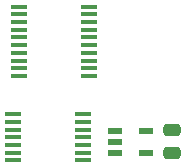
<source format=gtp>
%TF.GenerationSoftware,KiCad,Pcbnew,8.0.7*%
%TF.CreationDate,2025-03-13T08:57:24+02:00*%
%TF.ProjectId,HCP65 Native Memory Select,48435036-3520-44e6-9174-697665204d65,V0*%
%TF.SameCoordinates,Original*%
%TF.FileFunction,Paste,Top*%
%TF.FilePolarity,Positive*%
%FSLAX46Y46*%
G04 Gerber Fmt 4.6, Leading zero omitted, Abs format (unit mm)*
G04 Created by KiCad (PCBNEW 8.0.7) date 2025-03-13 08:57:24*
%MOMM*%
%LPD*%
G01*
G04 APERTURE LIST*
G04 Aperture macros list*
%AMRoundRect*
0 Rectangle with rounded corners*
0 $1 Rounding radius*
0 $2 $3 $4 $5 $6 $7 $8 $9 X,Y pos of 4 corners*
0 Add a 4 corners polygon primitive as box body*
4,1,4,$2,$3,$4,$5,$6,$7,$8,$9,$2,$3,0*
0 Add four circle primitives for the rounded corners*
1,1,$1+$1,$2,$3*
1,1,$1+$1,$4,$5*
1,1,$1+$1,$6,$7*
1,1,$1+$1,$8,$9*
0 Add four rect primitives between the rounded corners*
20,1,$1+$1,$2,$3,$4,$5,0*
20,1,$1+$1,$4,$5,$6,$7,0*
20,1,$1+$1,$6,$7,$8,$9,0*
20,1,$1+$1,$8,$9,$2,$3,0*%
G04 Aperture macros list end*
%ADD10R,1.150000X0.600000*%
%ADD11R,1.475000X0.450000*%
%ADD12RoundRect,0.250000X0.475000X-0.250000X0.475000X0.250000X-0.475000X0.250000X-0.475000X-0.250000X0*%
G04 APERTURE END LIST*
D10*
%TO.C,IC1*%
X15397000Y-12893000D03*
X15397000Y-14793000D03*
X12797000Y-14793000D03*
X12797000Y-13843000D03*
X12797000Y-12893000D03*
%TD*%
D11*
%TO.C,IC2*%
X10050000Y-11512000D03*
X10050000Y-12162000D03*
X10050000Y-12812000D03*
X10050000Y-13462000D03*
X10050000Y-14112000D03*
X10050000Y-14762000D03*
X10050000Y-15412000D03*
X4174000Y-15412000D03*
X4174000Y-14762000D03*
X4174000Y-14112000D03*
X4174000Y-13462000D03*
X4174000Y-12812000D03*
X4174000Y-12162000D03*
X4174000Y-11512000D03*
%TD*%
D12*
%TO.C,C4*%
X17653000Y-12877000D03*
X17653000Y-14777000D03*
%TD*%
D11*
%TO.C,IC3*%
X10558000Y-2409000D03*
X10558000Y-3059000D03*
X10558000Y-3709000D03*
X10558000Y-4359000D03*
X10558000Y-5009000D03*
X10558000Y-5659000D03*
X10558000Y-6309000D03*
X10558000Y-6959000D03*
X10558000Y-7609000D03*
X10558000Y-8259000D03*
X4682000Y-8259000D03*
X4682000Y-7609000D03*
X4682000Y-6959000D03*
X4682000Y-6309000D03*
X4682000Y-5659000D03*
X4682000Y-5009000D03*
X4682000Y-4359000D03*
X4682000Y-3709000D03*
X4682000Y-3059000D03*
X4682000Y-2409000D03*
%TD*%
M02*

</source>
